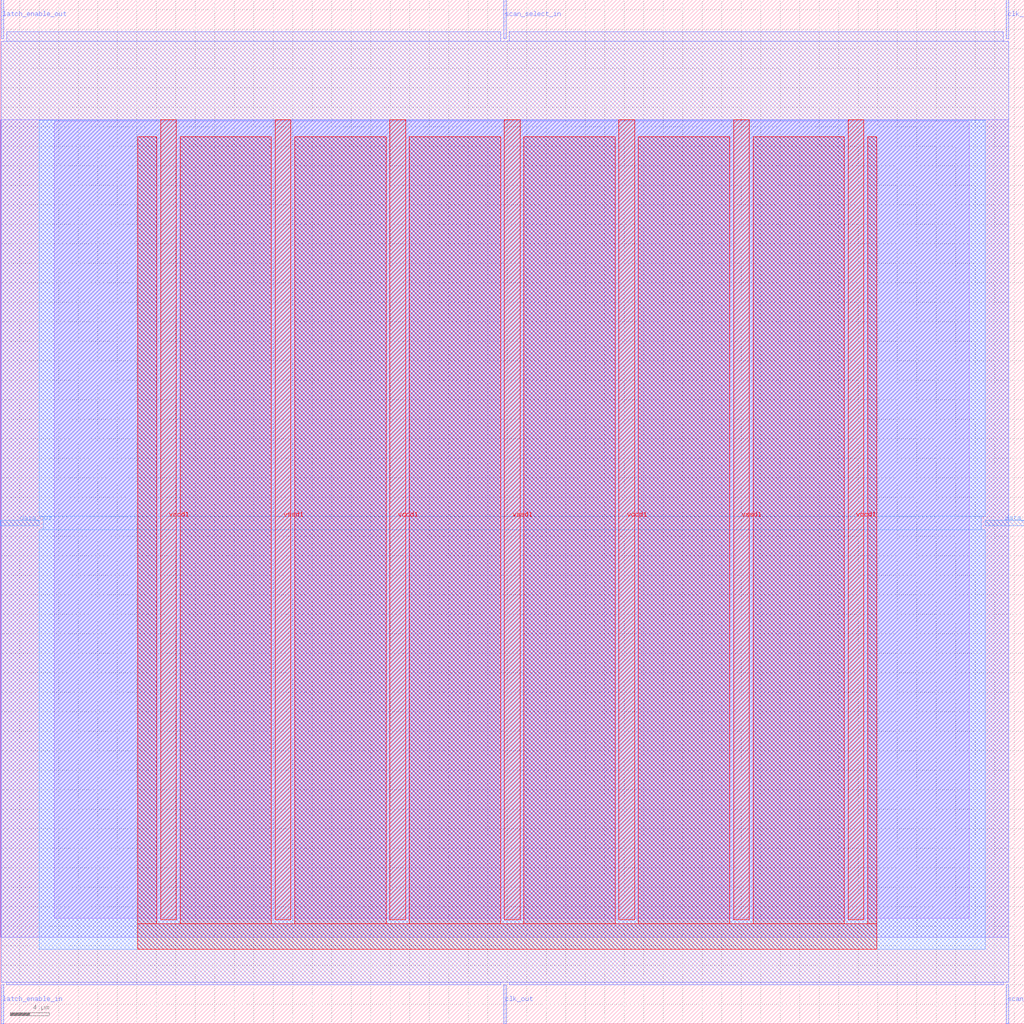
<source format=lef>
VERSION 5.7 ;
  NOWIREEXTENSIONATPIN ON ;
  DIVIDERCHAR "/" ;
  BUSBITCHARS "[]" ;
MACRO scan_wrapper_341360223723717202
  CLASS BLOCK ;
  FOREIGN scan_wrapper_341360223723717202 ;
  ORIGIN 0.000 0.000 ;
  SIZE 105.000 BY 105.000 ;
  PIN clk_in
    DIRECTION INPUT ;
    USE SIGNAL ;
    PORT
      LAYER met2 ;
        RECT 103.130 101.000 103.410 105.000 ;
    END
  END clk_in
  PIN clk_out
    DIRECTION OUTPUT TRISTATE ;
    USE SIGNAL ;
    PORT
      LAYER met2 ;
        RECT 51.610 0.000 51.890 4.000 ;
    END
  END clk_out
  PIN data_in
    DIRECTION INPUT ;
    USE SIGNAL ;
    PORT
      LAYER met3 ;
        RECT 101.000 51.040 105.000 51.640 ;
    END
  END data_in
  PIN data_out
    DIRECTION OUTPUT TRISTATE ;
    USE SIGNAL ;
    PORT
      LAYER met3 ;
        RECT 0.000 51.040 4.000 51.640 ;
    END
  END data_out
  PIN latch_enable_in
    DIRECTION INPUT ;
    USE SIGNAL ;
    PORT
      LAYER met2 ;
        RECT 0.090 0.000 0.370 4.000 ;
    END
  END latch_enable_in
  PIN latch_enable_out
    DIRECTION OUTPUT TRISTATE ;
    USE SIGNAL ;
    PORT
      LAYER met2 ;
        RECT 0.090 101.000 0.370 105.000 ;
    END
  END latch_enable_out
  PIN scan_select_in
    DIRECTION INPUT ;
    USE SIGNAL ;
    PORT
      LAYER met2 ;
        RECT 51.610 101.000 51.890 105.000 ;
    END
  END scan_select_in
  PIN scan_select_out
    DIRECTION OUTPUT TRISTATE ;
    USE SIGNAL ;
    PORT
      LAYER met2 ;
        RECT 103.130 0.000 103.410 4.000 ;
    END
  END scan_select_out
  PIN vccd1
    DIRECTION INOUT ;
    USE POWER ;
    PORT
      LAYER met4 ;
        RECT 16.465 10.640 18.065 92.720 ;
    END
    PORT
      LAYER met4 ;
        RECT 39.955 10.640 41.555 92.720 ;
    END
    PORT
      LAYER met4 ;
        RECT 63.445 10.640 65.045 92.720 ;
    END
    PORT
      LAYER met4 ;
        RECT 86.935 10.640 88.535 92.720 ;
    END
  END vccd1
  PIN vssd1
    DIRECTION INOUT ;
    USE GROUND ;
    PORT
      LAYER met4 ;
        RECT 28.210 10.640 29.810 92.720 ;
    END
    PORT
      LAYER met4 ;
        RECT 51.700 10.640 53.300 92.720 ;
    END
    PORT
      LAYER met4 ;
        RECT 75.190 10.640 76.790 92.720 ;
    END
  END vssd1
  OBS
      LAYER li1 ;
        RECT 5.520 10.795 99.360 92.565 ;
      LAYER met1 ;
        RECT 0.070 8.880 103.430 92.720 ;
      LAYER met2 ;
        RECT 0.650 100.720 51.330 101.730 ;
        RECT 52.170 100.720 102.850 101.730 ;
        RECT 0.100 4.280 103.400 100.720 ;
        RECT 0.650 4.000 51.330 4.280 ;
        RECT 52.170 4.000 102.850 4.280 ;
      LAYER met3 ;
        RECT 4.000 52.040 101.000 92.645 ;
        RECT 4.400 50.640 100.600 52.040 ;
        RECT 4.000 7.655 101.000 50.640 ;
      LAYER met4 ;
        RECT 14.095 10.240 16.065 90.945 ;
        RECT 18.465 10.240 27.810 90.945 ;
        RECT 30.210 10.240 39.555 90.945 ;
        RECT 41.955 10.240 51.300 90.945 ;
        RECT 53.700 10.240 63.045 90.945 ;
        RECT 65.445 10.240 74.790 90.945 ;
        RECT 77.190 10.240 86.535 90.945 ;
        RECT 88.935 10.240 89.865 90.945 ;
        RECT 14.095 7.655 89.865 10.240 ;
  END
END scan_wrapper_341360223723717202
END LIBRARY


</source>
